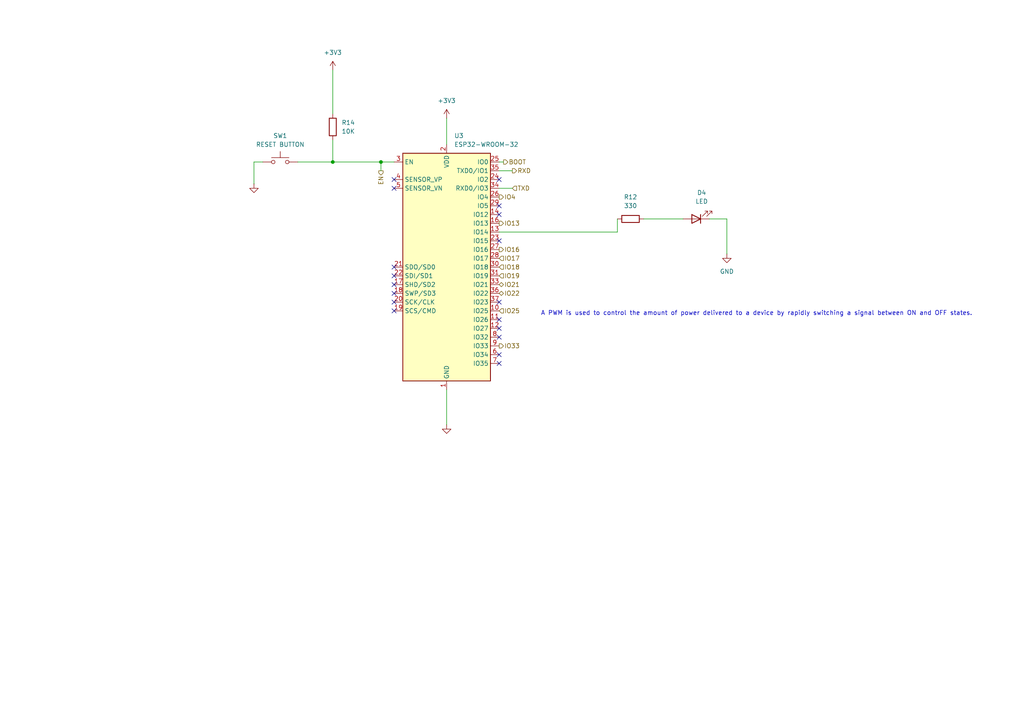
<source format=kicad_sch>
(kicad_sch
	(version 20231120)
	(generator "eeschema")
	(generator_version "8.0")
	(uuid "b27bed1e-0a68-4cc8-afcc-065b9608c4de")
	(paper "A4")
	(title_block
		(title "FARMTY MICROCONTROLLER ")
		(date "2025-02-20")
		(rev "1")
		(company "NGA ")
		(comment 1 "designed by Allan Ng'a ng'a Gacheru")
	)
	(lib_symbols
		(symbol "Device:LED"
			(pin_numbers hide)
			(pin_names
				(offset 1.016) hide)
			(exclude_from_sim no)
			(in_bom yes)
			(on_board yes)
			(property "Reference" "D"
				(at 0 2.54 0)
				(effects
					(font
						(size 1.27 1.27)
					)
				)
			)
			(property "Value" "LED"
				(at 0 -2.54 0)
				(effects
					(font
						(size 1.27 1.27)
					)
				)
			)
			(property "Footprint" ""
				(at 0 0 0)
				(effects
					(font
						(size 1.27 1.27)
					)
					(hide yes)
				)
			)
			(property "Datasheet" "~"
				(at 0 0 0)
				(effects
					(font
						(size 1.27 1.27)
					)
					(hide yes)
				)
			)
			(property "Description" "Light emitting diode"
				(at 0 0 0)
				(effects
					(font
						(size 1.27 1.27)
					)
					(hide yes)
				)
			)
			(property "ki_keywords" "LED diode"
				(at 0 0 0)
				(effects
					(font
						(size 1.27 1.27)
					)
					(hide yes)
				)
			)
			(property "ki_fp_filters" "LED* LED_SMD:* LED_THT:*"
				(at 0 0 0)
				(effects
					(font
						(size 1.27 1.27)
					)
					(hide yes)
				)
			)
			(symbol "LED_0_1"
				(polyline
					(pts
						(xy -1.27 -1.27) (xy -1.27 1.27)
					)
					(stroke
						(width 0.254)
						(type default)
					)
					(fill
						(type none)
					)
				)
				(polyline
					(pts
						(xy -1.27 0) (xy 1.27 0)
					)
					(stroke
						(width 0)
						(type default)
					)
					(fill
						(type none)
					)
				)
				(polyline
					(pts
						(xy 1.27 -1.27) (xy 1.27 1.27) (xy -1.27 0) (xy 1.27 -1.27)
					)
					(stroke
						(width 0.254)
						(type default)
					)
					(fill
						(type none)
					)
				)
				(polyline
					(pts
						(xy -3.048 -0.762) (xy -4.572 -2.286) (xy -3.81 -2.286) (xy -4.572 -2.286) (xy -4.572 -1.524)
					)
					(stroke
						(width 0)
						(type default)
					)
					(fill
						(type none)
					)
				)
				(polyline
					(pts
						(xy -1.778 -0.762) (xy -3.302 -2.286) (xy -2.54 -2.286) (xy -3.302 -2.286) (xy -3.302 -1.524)
					)
					(stroke
						(width 0)
						(type default)
					)
					(fill
						(type none)
					)
				)
			)
			(symbol "LED_1_1"
				(pin passive line
					(at -3.81 0 0)
					(length 2.54)
					(name "K"
						(effects
							(font
								(size 1.27 1.27)
							)
						)
					)
					(number "1"
						(effects
							(font
								(size 1.27 1.27)
							)
						)
					)
				)
				(pin passive line
					(at 3.81 0 180)
					(length 2.54)
					(name "A"
						(effects
							(font
								(size 1.27 1.27)
							)
						)
					)
					(number "2"
						(effects
							(font
								(size 1.27 1.27)
							)
						)
					)
				)
			)
		)
		(symbol "Device:R"
			(pin_numbers hide)
			(pin_names
				(offset 0)
			)
			(exclude_from_sim no)
			(in_bom yes)
			(on_board yes)
			(property "Reference" "R"
				(at 2.032 0 90)
				(effects
					(font
						(size 1.27 1.27)
					)
				)
			)
			(property "Value" "R"
				(at 0 0 90)
				(effects
					(font
						(size 1.27 1.27)
					)
				)
			)
			(property "Footprint" ""
				(at -1.778 0 90)
				(effects
					(font
						(size 1.27 1.27)
					)
					(hide yes)
				)
			)
			(property "Datasheet" "~"
				(at 0 0 0)
				(effects
					(font
						(size 1.27 1.27)
					)
					(hide yes)
				)
			)
			(property "Description" "Resistor"
				(at 0 0 0)
				(effects
					(font
						(size 1.27 1.27)
					)
					(hide yes)
				)
			)
			(property "ki_keywords" "R res resistor"
				(at 0 0 0)
				(effects
					(font
						(size 1.27 1.27)
					)
					(hide yes)
				)
			)
			(property "ki_fp_filters" "R_*"
				(at 0 0 0)
				(effects
					(font
						(size 1.27 1.27)
					)
					(hide yes)
				)
			)
			(symbol "R_0_1"
				(rectangle
					(start -1.016 -2.54)
					(end 1.016 2.54)
					(stroke
						(width 0.254)
						(type default)
					)
					(fill
						(type none)
					)
				)
			)
			(symbol "R_1_1"
				(pin passive line
					(at 0 3.81 270)
					(length 1.27)
					(name "~"
						(effects
							(font
								(size 1.27 1.27)
							)
						)
					)
					(number "1"
						(effects
							(font
								(size 1.27 1.27)
							)
						)
					)
				)
				(pin passive line
					(at 0 -3.81 90)
					(length 1.27)
					(name "~"
						(effects
							(font
								(size 1.27 1.27)
							)
						)
					)
					(number "2"
						(effects
							(font
								(size 1.27 1.27)
							)
						)
					)
				)
			)
		)
		(symbol "RF_Module:ESP32-WROOM-32"
			(exclude_from_sim no)
			(in_bom yes)
			(on_board yes)
			(property "Reference" "U"
				(at -12.7 34.29 0)
				(effects
					(font
						(size 1.27 1.27)
					)
					(justify left)
				)
			)
			(property "Value" "ESP32-WROOM-32"
				(at 1.27 34.29 0)
				(effects
					(font
						(size 1.27 1.27)
					)
					(justify left)
				)
			)
			(property "Footprint" "RF_Module:ESP32-WROOM-32"
				(at 0 -38.1 0)
				(effects
					(font
						(size 1.27 1.27)
					)
					(hide yes)
				)
			)
			(property "Datasheet" "https://www.espressif.com/sites/default/files/documentation/esp32-wroom-32_datasheet_en.pdf"
				(at -7.62 1.27 0)
				(effects
					(font
						(size 1.27 1.27)
					)
					(hide yes)
				)
			)
			(property "Description" "RF Module, ESP32-D0WDQ6 SoC, Wi-Fi 802.11b/g/n, Bluetooth, BLE, 32-bit, 2.7-3.6V, onboard antenna, SMD"
				(at 0 0 0)
				(effects
					(font
						(size 1.27 1.27)
					)
					(hide yes)
				)
			)
			(property "ki_keywords" "RF Radio BT ESP ESP32 Espressif onboard PCB antenna"
				(at 0 0 0)
				(effects
					(font
						(size 1.27 1.27)
					)
					(hide yes)
				)
			)
			(property "ki_fp_filters" "ESP32?WROOM?32*"
				(at 0 0 0)
				(effects
					(font
						(size 1.27 1.27)
					)
					(hide yes)
				)
			)
			(symbol "ESP32-WROOM-32_0_1"
				(rectangle
					(start -12.7 33.02)
					(end 12.7 -33.02)
					(stroke
						(width 0.254)
						(type default)
					)
					(fill
						(type background)
					)
				)
			)
			(symbol "ESP32-WROOM-32_1_1"
				(pin power_in line
					(at 0 -35.56 90)
					(length 2.54)
					(name "GND"
						(effects
							(font
								(size 1.27 1.27)
							)
						)
					)
					(number "1"
						(effects
							(font
								(size 1.27 1.27)
							)
						)
					)
				)
				(pin bidirectional line
					(at 15.24 -12.7 180)
					(length 2.54)
					(name "IO25"
						(effects
							(font
								(size 1.27 1.27)
							)
						)
					)
					(number "10"
						(effects
							(font
								(size 1.27 1.27)
							)
						)
					)
				)
				(pin bidirectional line
					(at 15.24 -15.24 180)
					(length 2.54)
					(name "IO26"
						(effects
							(font
								(size 1.27 1.27)
							)
						)
					)
					(number "11"
						(effects
							(font
								(size 1.27 1.27)
							)
						)
					)
				)
				(pin bidirectional line
					(at 15.24 -17.78 180)
					(length 2.54)
					(name "IO27"
						(effects
							(font
								(size 1.27 1.27)
							)
						)
					)
					(number "12"
						(effects
							(font
								(size 1.27 1.27)
							)
						)
					)
				)
				(pin bidirectional line
					(at 15.24 10.16 180)
					(length 2.54)
					(name "IO14"
						(effects
							(font
								(size 1.27 1.27)
							)
						)
					)
					(number "13"
						(effects
							(font
								(size 1.27 1.27)
							)
						)
					)
				)
				(pin bidirectional line
					(at 15.24 15.24 180)
					(length 2.54)
					(name "IO12"
						(effects
							(font
								(size 1.27 1.27)
							)
						)
					)
					(number "14"
						(effects
							(font
								(size 1.27 1.27)
							)
						)
					)
				)
				(pin passive line
					(at 0 -35.56 90)
					(length 2.54) hide
					(name "GND"
						(effects
							(font
								(size 1.27 1.27)
							)
						)
					)
					(number "15"
						(effects
							(font
								(size 1.27 1.27)
							)
						)
					)
				)
				(pin bidirectional line
					(at 15.24 12.7 180)
					(length 2.54)
					(name "IO13"
						(effects
							(font
								(size 1.27 1.27)
							)
						)
					)
					(number "16"
						(effects
							(font
								(size 1.27 1.27)
							)
						)
					)
				)
				(pin bidirectional line
					(at -15.24 -5.08 0)
					(length 2.54)
					(name "SHD/SD2"
						(effects
							(font
								(size 1.27 1.27)
							)
						)
					)
					(number "17"
						(effects
							(font
								(size 1.27 1.27)
							)
						)
					)
				)
				(pin bidirectional line
					(at -15.24 -7.62 0)
					(length 2.54)
					(name "SWP/SD3"
						(effects
							(font
								(size 1.27 1.27)
							)
						)
					)
					(number "18"
						(effects
							(font
								(size 1.27 1.27)
							)
						)
					)
				)
				(pin bidirectional line
					(at -15.24 -12.7 0)
					(length 2.54)
					(name "SCS/CMD"
						(effects
							(font
								(size 1.27 1.27)
							)
						)
					)
					(number "19"
						(effects
							(font
								(size 1.27 1.27)
							)
						)
					)
				)
				(pin power_in line
					(at 0 35.56 270)
					(length 2.54)
					(name "VDD"
						(effects
							(font
								(size 1.27 1.27)
							)
						)
					)
					(number "2"
						(effects
							(font
								(size 1.27 1.27)
							)
						)
					)
				)
				(pin bidirectional line
					(at -15.24 -10.16 0)
					(length 2.54)
					(name "SCK/CLK"
						(effects
							(font
								(size 1.27 1.27)
							)
						)
					)
					(number "20"
						(effects
							(font
								(size 1.27 1.27)
							)
						)
					)
				)
				(pin bidirectional line
					(at -15.24 0 0)
					(length 2.54)
					(name "SDO/SD0"
						(effects
							(font
								(size 1.27 1.27)
							)
						)
					)
					(number "21"
						(effects
							(font
								(size 1.27 1.27)
							)
						)
					)
				)
				(pin bidirectional line
					(at -15.24 -2.54 0)
					(length 2.54)
					(name "SDI/SD1"
						(effects
							(font
								(size 1.27 1.27)
							)
						)
					)
					(number "22"
						(effects
							(font
								(size 1.27 1.27)
							)
						)
					)
				)
				(pin bidirectional line
					(at 15.24 7.62 180)
					(length 2.54)
					(name "IO15"
						(effects
							(font
								(size 1.27 1.27)
							)
						)
					)
					(number "23"
						(effects
							(font
								(size 1.27 1.27)
							)
						)
					)
				)
				(pin bidirectional line
					(at 15.24 25.4 180)
					(length 2.54)
					(name "IO2"
						(effects
							(font
								(size 1.27 1.27)
							)
						)
					)
					(number "24"
						(effects
							(font
								(size 1.27 1.27)
							)
						)
					)
				)
				(pin bidirectional line
					(at 15.24 30.48 180)
					(length 2.54)
					(name "IO0"
						(effects
							(font
								(size 1.27 1.27)
							)
						)
					)
					(number "25"
						(effects
							(font
								(size 1.27 1.27)
							)
						)
					)
				)
				(pin bidirectional line
					(at 15.24 20.32 180)
					(length 2.54)
					(name "IO4"
						(effects
							(font
								(size 1.27 1.27)
							)
						)
					)
					(number "26"
						(effects
							(font
								(size 1.27 1.27)
							)
						)
					)
				)
				(pin bidirectional line
					(at 15.24 5.08 180)
					(length 2.54)
					(name "IO16"
						(effects
							(font
								(size 1.27 1.27)
							)
						)
					)
					(number "27"
						(effects
							(font
								(size 1.27 1.27)
							)
						)
					)
				)
				(pin bidirectional line
					(at 15.24 2.54 180)
					(length 2.54)
					(name "IO17"
						(effects
							(font
								(size 1.27 1.27)
							)
						)
					)
					(number "28"
						(effects
							(font
								(size 1.27 1.27)
							)
						)
					)
				)
				(pin bidirectional line
					(at 15.24 17.78 180)
					(length 2.54)
					(name "IO5"
						(effects
							(font
								(size 1.27 1.27)
							)
						)
					)
					(number "29"
						(effects
							(font
								(size 1.27 1.27)
							)
						)
					)
				)
				(pin input line
					(at -15.24 30.48 0)
					(length 2.54)
					(name "EN"
						(effects
							(font
								(size 1.27 1.27)
							)
						)
					)
					(number "3"
						(effects
							(font
								(size 1.27 1.27)
							)
						)
					)
				)
				(pin bidirectional line
					(at 15.24 0 180)
					(length 2.54)
					(name "IO18"
						(effects
							(font
								(size 1.27 1.27)
							)
						)
					)
					(number "30"
						(effects
							(font
								(size 1.27 1.27)
							)
						)
					)
				)
				(pin bidirectional line
					(at 15.24 -2.54 180)
					(length 2.54)
					(name "IO19"
						(effects
							(font
								(size 1.27 1.27)
							)
						)
					)
					(number "31"
						(effects
							(font
								(size 1.27 1.27)
							)
						)
					)
				)
				(pin no_connect line
					(at -12.7 -27.94 0)
					(length 2.54) hide
					(name "NC"
						(effects
							(font
								(size 1.27 1.27)
							)
						)
					)
					(number "32"
						(effects
							(font
								(size 1.27 1.27)
							)
						)
					)
				)
				(pin bidirectional line
					(at 15.24 -5.08 180)
					(length 2.54)
					(name "IO21"
						(effects
							(font
								(size 1.27 1.27)
							)
						)
					)
					(number "33"
						(effects
							(font
								(size 1.27 1.27)
							)
						)
					)
				)
				(pin bidirectional line
					(at 15.24 22.86 180)
					(length 2.54)
					(name "RXD0/IO3"
						(effects
							(font
								(size 1.27 1.27)
							)
						)
					)
					(number "34"
						(effects
							(font
								(size 1.27 1.27)
							)
						)
					)
				)
				(pin bidirectional line
					(at 15.24 27.94 180)
					(length 2.54)
					(name "TXD0/IO1"
						(effects
							(font
								(size 1.27 1.27)
							)
						)
					)
					(number "35"
						(effects
							(font
								(size 1.27 1.27)
							)
						)
					)
				)
				(pin bidirectional line
					(at 15.24 -7.62 180)
					(length 2.54)
					(name "IO22"
						(effects
							(font
								(size 1.27 1.27)
							)
						)
					)
					(number "36"
						(effects
							(font
								(size 1.27 1.27)
							)
						)
					)
				)
				(pin bidirectional line
					(at 15.24 -10.16 180)
					(length 2.54)
					(name "IO23"
						(effects
							(font
								(size 1.27 1.27)
							)
						)
					)
					(number "37"
						(effects
							(font
								(size 1.27 1.27)
							)
						)
					)
				)
				(pin passive line
					(at 0 -35.56 90)
					(length 2.54) hide
					(name "GND"
						(effects
							(font
								(size 1.27 1.27)
							)
						)
					)
					(number "38"
						(effects
							(font
								(size 1.27 1.27)
							)
						)
					)
				)
				(pin passive line
					(at 0 -35.56 90)
					(length 2.54) hide
					(name "GND"
						(effects
							(font
								(size 1.27 1.27)
							)
						)
					)
					(number "39"
						(effects
							(font
								(size 1.27 1.27)
							)
						)
					)
				)
				(pin input line
					(at -15.24 25.4 0)
					(length 2.54)
					(name "SENSOR_VP"
						(effects
							(font
								(size 1.27 1.27)
							)
						)
					)
					(number "4"
						(effects
							(font
								(size 1.27 1.27)
							)
						)
					)
				)
				(pin input line
					(at -15.24 22.86 0)
					(length 2.54)
					(name "SENSOR_VN"
						(effects
							(font
								(size 1.27 1.27)
							)
						)
					)
					(number "5"
						(effects
							(font
								(size 1.27 1.27)
							)
						)
					)
				)
				(pin input line
					(at 15.24 -25.4 180)
					(length 2.54)
					(name "IO34"
						(effects
							(font
								(size 1.27 1.27)
							)
						)
					)
					(number "6"
						(effects
							(font
								(size 1.27 1.27)
							)
						)
					)
				)
				(pin input line
					(at 15.24 -27.94 180)
					(length 2.54)
					(name "IO35"
						(effects
							(font
								(size 1.27 1.27)
							)
						)
					)
					(number "7"
						(effects
							(font
								(size 1.27 1.27)
							)
						)
					)
				)
				(pin bidirectional line
					(at 15.24 -20.32 180)
					(length 2.54)
					(name "IO32"
						(effects
							(font
								(size 1.27 1.27)
							)
						)
					)
					(number "8"
						(effects
							(font
								(size 1.27 1.27)
							)
						)
					)
				)
				(pin bidirectional line
					(at 15.24 -22.86 180)
					(length 2.54)
					(name "IO33"
						(effects
							(font
								(size 1.27 1.27)
							)
						)
					)
					(number "9"
						(effects
							(font
								(size 1.27 1.27)
							)
						)
					)
				)
			)
		)
		(symbol "Switch:SW_Push"
			(pin_numbers hide)
			(pin_names
				(offset 1.016) hide)
			(exclude_from_sim no)
			(in_bom yes)
			(on_board yes)
			(property "Reference" "SW"
				(at 1.27 2.54 0)
				(effects
					(font
						(size 1.27 1.27)
					)
					(justify left)
				)
			)
			(property "Value" "SW_Push"
				(at 0 -1.524 0)
				(effects
					(font
						(size 1.27 1.27)
					)
				)
			)
			(property "Footprint" ""
				(at 0 5.08 0)
				(effects
					(font
						(size 1.27 1.27)
					)
					(hide yes)
				)
			)
			(property "Datasheet" "~"
				(at 0 5.08 0)
				(effects
					(font
						(size 1.27 1.27)
					)
					(hide yes)
				)
			)
			(property "Description" "Push button switch, generic, two pins"
				(at 0 0 0)
				(effects
					(font
						(size 1.27 1.27)
					)
					(hide yes)
				)
			)
			(property "ki_keywords" "switch normally-open pushbutton push-button"
				(at 0 0 0)
				(effects
					(font
						(size 1.27 1.27)
					)
					(hide yes)
				)
			)
			(symbol "SW_Push_0_1"
				(circle
					(center -2.032 0)
					(radius 0.508)
					(stroke
						(width 0)
						(type default)
					)
					(fill
						(type none)
					)
				)
				(polyline
					(pts
						(xy 0 1.27) (xy 0 3.048)
					)
					(stroke
						(width 0)
						(type default)
					)
					(fill
						(type none)
					)
				)
				(polyline
					(pts
						(xy 2.54 1.27) (xy -2.54 1.27)
					)
					(stroke
						(width 0)
						(type default)
					)
					(fill
						(type none)
					)
				)
				(circle
					(center 2.032 0)
					(radius 0.508)
					(stroke
						(width 0)
						(type default)
					)
					(fill
						(type none)
					)
				)
				(pin passive line
					(at -5.08 0 0)
					(length 2.54)
					(name "1"
						(effects
							(font
								(size 1.27 1.27)
							)
						)
					)
					(number "1"
						(effects
							(font
								(size 1.27 1.27)
							)
						)
					)
				)
				(pin passive line
					(at 5.08 0 180)
					(length 2.54)
					(name "2"
						(effects
							(font
								(size 1.27 1.27)
							)
						)
					)
					(number "2"
						(effects
							(font
								(size 1.27 1.27)
							)
						)
					)
				)
			)
		)
		(symbol "power:+1V1"
			(power)
			(pin_numbers hide)
			(pin_names
				(offset 0) hide)
			(exclude_from_sim no)
			(in_bom yes)
			(on_board yes)
			(property "Reference" "#PWR"
				(at 0 -3.81 0)
				(effects
					(font
						(size 1.27 1.27)
					)
					(hide yes)
				)
			)
			(property "Value" "+1V1"
				(at 0 3.556 0)
				(effects
					(font
						(size 1.27 1.27)
					)
				)
			)
			(property "Footprint" ""
				(at 0 0 0)
				(effects
					(font
						(size 1.27 1.27)
					)
					(hide yes)
				)
			)
			(property "Datasheet" ""
				(at 0 0 0)
				(effects
					(font
						(size 1.27 1.27)
					)
					(hide yes)
				)
			)
			(property "Description" "Power symbol creates a global label with name \"+1V1\""
				(at 0 0 0)
				(effects
					(font
						(size 1.27 1.27)
					)
					(hide yes)
				)
			)
			(property "ki_keywords" "global power"
				(at 0 0 0)
				(effects
					(font
						(size 1.27 1.27)
					)
					(hide yes)
				)
			)
			(symbol "+1V1_0_1"
				(polyline
					(pts
						(xy -0.762 1.27) (xy 0 2.54)
					)
					(stroke
						(width 0)
						(type default)
					)
					(fill
						(type none)
					)
				)
				(polyline
					(pts
						(xy 0 0) (xy 0 2.54)
					)
					(stroke
						(width 0)
						(type default)
					)
					(fill
						(type none)
					)
				)
				(polyline
					(pts
						(xy 0 2.54) (xy 0.762 1.27)
					)
					(stroke
						(width 0)
						(type default)
					)
					(fill
						(type none)
					)
				)
			)
			(symbol "+1V1_1_1"
				(pin power_in line
					(at 0 0 90)
					(length 0)
					(name "~"
						(effects
							(font
								(size 1.27 1.27)
							)
						)
					)
					(number "1"
						(effects
							(font
								(size 1.27 1.27)
							)
						)
					)
				)
			)
		)
		(symbol "power:GND"
			(power)
			(pin_numbers hide)
			(pin_names
				(offset 0) hide)
			(exclude_from_sim no)
			(in_bom yes)
			(on_board yes)
			(property "Reference" "#PWR"
				(at 0 -6.35 0)
				(effects
					(font
						(size 1.27 1.27)
					)
					(hide yes)
				)
			)
			(property "Value" "GND"
				(at 0 -3.81 0)
				(effects
					(font
						(size 1.27 1.27)
					)
				)
			)
			(property "Footprint" ""
				(at 0 0 0)
				(effects
					(font
						(size 1.27 1.27)
					)
					(hide yes)
				)
			)
			(property "Datasheet" ""
				(at 0 0 0)
				(effects
					(font
						(size 1.27 1.27)
					)
					(hide yes)
				)
			)
			(property "Description" "Power symbol creates a global label with name \"GND\" , ground"
				(at 0 0 0)
				(effects
					(font
						(size 1.27 1.27)
					)
					(hide yes)
				)
			)
			(property "ki_keywords" "global power"
				(at 0 0 0)
				(effects
					(font
						(size 1.27 1.27)
					)
					(hide yes)
				)
			)
			(symbol "GND_0_1"
				(polyline
					(pts
						(xy 0 0) (xy 0 -1.27) (xy 1.27 -1.27) (xy 0 -2.54) (xy -1.27 -1.27) (xy 0 -1.27)
					)
					(stroke
						(width 0)
						(type default)
					)
					(fill
						(type none)
					)
				)
			)
			(symbol "GND_1_1"
				(pin power_in line
					(at 0 0 270)
					(length 0)
					(name "~"
						(effects
							(font
								(size 1.27 1.27)
							)
						)
					)
					(number "1"
						(effects
							(font
								(size 1.27 1.27)
							)
						)
					)
				)
			)
		)
	)
	(junction
		(at 110.49 46.99)
		(diameter 0)
		(color 0 0 0 0)
		(uuid "32be05cb-3dc6-4fc6-b92c-7b83f3d468a3")
	)
	(junction
		(at 96.52 46.99)
		(diameter 0)
		(color 0 0 0 0)
		(uuid "723c059e-c201-4413-9bbf-4d5ad8c96b5d")
	)
	(no_connect
		(at 144.78 52.07)
		(uuid "0014d530-4201-483d-940c-1f6da3b69306")
	)
	(no_connect
		(at 144.78 69.85)
		(uuid "0922ac9f-ce36-48a7-b77e-f1771afa9efd")
	)
	(no_connect
		(at 144.78 102.87)
		(uuid "206052d5-7c38-4be3-b696-cda6a5e3eed1")
	)
	(no_connect
		(at 144.78 95.25)
		(uuid "24329d51-5780-4db0-8acf-def4f00e41e2")
	)
	(no_connect
		(at 144.78 59.69)
		(uuid "2d4856e7-ff23-421b-a115-7708d74152db")
	)
	(no_connect
		(at 144.78 92.71)
		(uuid "5385b505-9512-422e-8e53-b435fcfe2b81")
	)
	(no_connect
		(at 114.3 90.17)
		(uuid "5a64ffcb-7421-4303-9b8f-67559d8f3320")
	)
	(no_connect
		(at 114.3 87.63)
		(uuid "7d370a12-fdd3-46ee-a4b7-d4d332d4c213")
	)
	(no_connect
		(at 114.3 80.01)
		(uuid "8f1d8c1e-59e5-495c-8c3b-19d7a640b305")
	)
	(no_connect
		(at 114.3 85.09)
		(uuid "acb164f8-415e-4c44-aecd-e5b69d7c2cdf")
	)
	(no_connect
		(at 114.3 52.07)
		(uuid "c4dc9847-ee16-4454-8f80-dc0fffec7cbf")
	)
	(no_connect
		(at 144.78 87.63)
		(uuid "dd84c213-1313-45f1-8e15-5cdd81ca870b")
	)
	(no_connect
		(at 114.3 77.47)
		(uuid "e3e7591a-0e98-4db1-9f0d-8d771769d8d8")
	)
	(no_connect
		(at 114.3 54.61)
		(uuid "e4f4855f-c80c-47fd-bb7d-062317fecf3e")
	)
	(no_connect
		(at 144.78 97.79)
		(uuid "edffda13-6b08-4e69-a2f8-1cd720330255")
	)
	(no_connect
		(at 144.78 105.41)
		(uuid "f0cd5e74-d5d5-41b6-b31c-5786e99232dc")
	)
	(no_connect
		(at 144.78 62.23)
		(uuid "f8a39702-c935-4bba-8778-00e0cc0a12bc")
	)
	(no_connect
		(at 114.3 82.55)
		(uuid "fa120c08-388a-441d-b200-c685a0392fcb")
	)
	(wire
		(pts
			(xy 96.52 20.32) (xy 96.52 33.02)
		)
		(stroke
			(width 0)
			(type default)
		)
		(uuid "0ef64539-622a-4f64-a841-a8087aef7703")
	)
	(wire
		(pts
			(xy 110.49 46.99) (xy 114.3 46.99)
		)
		(stroke
			(width 0)
			(type default)
		)
		(uuid "14753af3-6c32-4820-a2c1-db5bb1b25f27")
	)
	(wire
		(pts
			(xy 144.78 67.31) (xy 179.07 67.31)
		)
		(stroke
			(width 0)
			(type default)
		)
		(uuid "2853919e-911a-469d-ab12-31b11a0dc6bd")
	)
	(wire
		(pts
			(xy 96.52 40.64) (xy 96.52 46.99)
		)
		(stroke
			(width 0)
			(type default)
		)
		(uuid "321849e1-6431-487f-a09a-44db4510ebe5")
	)
	(wire
		(pts
			(xy 73.66 46.99) (xy 73.66 53.34)
		)
		(stroke
			(width 0)
			(type default)
		)
		(uuid "3edce2b4-3a1b-40e1-83a6-c80013ce46df")
	)
	(wire
		(pts
			(xy 186.69 63.5) (xy 198.12 63.5)
		)
		(stroke
			(width 0)
			(type default)
		)
		(uuid "3f0094f7-435a-4ba5-9a6e-4f0ba6d7e01e")
	)
	(wire
		(pts
			(xy 129.54 113.03) (xy 129.54 123.19)
		)
		(stroke
			(width 0)
			(type default)
		)
		(uuid "59c6bf7b-7a53-4f7f-a837-cf5c0fbb17d4")
	)
	(wire
		(pts
			(xy 110.49 49.53) (xy 110.49 46.99)
		)
		(stroke
			(width 0)
			(type default)
		)
		(uuid "6f37f22a-1c57-4a04-8afa-199431000637")
	)
	(wire
		(pts
			(xy 144.78 54.61) (xy 148.59 54.61)
		)
		(stroke
			(width 0)
			(type default)
		)
		(uuid "85800676-8a9a-4d2f-92f1-0416e3215531")
	)
	(wire
		(pts
			(xy 144.78 49.53) (xy 148.59 49.53)
		)
		(stroke
			(width 0)
			(type default)
		)
		(uuid "8a7373b9-0bde-4d73-87ea-c5a492f5a644")
	)
	(wire
		(pts
			(xy 144.78 46.99) (xy 146.05 46.99)
		)
		(stroke
			(width 0)
			(type default)
		)
		(uuid "991b8c6e-1f46-4d94-93e1-a0a5d4054cb1")
	)
	(wire
		(pts
			(xy 205.74 63.5) (xy 210.82 63.5)
		)
		(stroke
			(width 0)
			(type default)
		)
		(uuid "bb2f79dd-2987-4e8d-8021-bec1e69bd4c7")
	)
	(wire
		(pts
			(xy 76.2 46.99) (xy 73.66 46.99)
		)
		(stroke
			(width 0)
			(type default)
		)
		(uuid "c6eb1f3a-7abf-4bf2-82c0-2bfee2fe89f0")
	)
	(wire
		(pts
			(xy 210.82 63.5) (xy 210.82 73.66)
		)
		(stroke
			(width 0)
			(type default)
		)
		(uuid "ce45d5ce-98b8-494d-a3b3-c94e6d88e9d7")
	)
	(wire
		(pts
			(xy 96.52 46.99) (xy 110.49 46.99)
		)
		(stroke
			(width 0)
			(type default)
		)
		(uuid "d8cb9284-aa56-428d-ba28-b21a084c6276")
	)
	(wire
		(pts
			(xy 86.36 46.99) (xy 96.52 46.99)
		)
		(stroke
			(width 0)
			(type default)
		)
		(uuid "ebbabe3c-1f55-40f0-a4a9-ca6f6fc9cecd")
	)
	(wire
		(pts
			(xy 179.07 67.31) (xy 179.07 63.5)
		)
		(stroke
			(width 0)
			(type default)
		)
		(uuid "ed4acf34-d026-4676-8854-55f65f889f28")
	)
	(wire
		(pts
			(xy 129.54 34.29) (xy 129.54 41.91)
		)
		(stroke
			(width 0)
			(type default)
		)
		(uuid "eeecf1c8-7eb5-48ca-89de-47d3ae328aca")
	)
	(text "A PWM is used to control the amount of power delivered to a device by rapidly switching a signal between ON and OFF states."
		(exclude_from_sim no)
		(at 219.456 90.932 0)
		(effects
			(font
				(size 1.27 1.27)
			)
		)
		(uuid "7f336fcc-78ea-4fae-ac07-e4a044278172")
	)
	(hierarchical_label "IO17"
		(shape input)
		(at 144.78 74.93 0)
		(effects
			(font
				(size 1.27 1.27)
			)
			(justify left)
		)
		(uuid "0e82e97f-659c-40e7-9e1d-d55ce8ecb4de")
	)
	(hierarchical_label "IO33"
		(shape output)
		(at 144.78 100.33 0)
		(effects
			(font
				(size 1.27 1.27)
			)
			(justify left)
		)
		(uuid "1c4b7839-8619-4290-8c9d-69784f323674")
	)
	(hierarchical_label "IO19"
		(shape input)
		(at 144.78 80.01 0)
		(effects
			(font
				(size 1.27 1.27)
			)
			(justify left)
		)
		(uuid "20781bf8-b6d2-4003-a4b4-a78a7803437d")
	)
	(hierarchical_label "IO16 "
		(shape output)
		(at 144.78 72.39 0)
		(effects
			(font
				(size 1.27 1.27)
			)
			(justify left)
		)
		(uuid "32c72e40-81e7-4549-bd30-96430ad904c7")
	)
	(hierarchical_label "IO21"
		(shape bidirectional)
		(at 144.78 82.55 0)
		(effects
			(font
				(size 1.27 1.27)
			)
			(justify left)
		)
		(uuid "427b98ae-38d1-4b53-acea-b8504dcacf3d")
	)
	(hierarchical_label "TXD"
		(shape input)
		(at 148.59 54.61 0)
		(effects
			(font
				(size 1.27 1.27)
			)
			(justify left)
		)
		(uuid "4480d830-4904-4b6a-8162-912bd3a9e736")
	)
	(hierarchical_label "IO18"
		(shape input)
		(at 144.78 77.47 0)
		(effects
			(font
				(size 1.27 1.27)
			)
			(justify left)
		)
		(uuid "53ed9449-6fc3-480c-add2-a929ce2b6df5")
	)
	(hierarchical_label "RXD"
		(shape output)
		(at 148.59 49.53 0)
		(effects
			(font
				(size 1.27 1.27)
			)
			(justify left)
		)
		(uuid "56bb68cb-f757-4b4a-8a2e-d3cbd59b27c2")
	)
	(hierarchical_label "IO22 "
		(shape bidirectional)
		(at 144.78 85.09 0)
		(effects
			(font
				(size 1.27 1.27)
			)
			(justify left)
		)
		(uuid "69d9079e-2333-49da-a6ea-04a782b09642")
	)
	(hierarchical_label "IO4"
		(shape output)
		(at 144.78 57.15 0)
		(effects
			(font
				(size 1.27 1.27)
			)
			(justify left)
		)
		(uuid "6e89da58-9f6f-40ab-8fd4-b3debd2ddc40")
	)
	(hierarchical_label "EN"
		(shape output)
		(at 110.49 49.53 270)
		(effects
			(font
				(size 1.27 1.27)
			)
			(justify right)
		)
		(uuid "80888e13-e698-461b-9854-444f8c2e0469")
	)
	(hierarchical_label "IO13"
		(shape output)
		(at 144.78 64.77 0)
		(effects
			(font
				(size 1.27 1.27)
			)
			(justify left)
		)
		(uuid "b4cb793e-2863-4a7d-87f3-4dcb360fec0b")
	)
	(hierarchical_label "IO25"
		(shape input)
		(at 144.78 90.17 0)
		(effects
			(font
				(size 1.27 1.27)
			)
			(justify left)
		)
		(uuid "d0d19176-a4c1-469b-b879-4746824aabbe")
	)
	(hierarchical_label "BOOT "
		(shape output)
		(at 146.05 46.99 0)
		(effects
			(font
				(size 1.27 1.27)
			)
			(justify left)
		)
		(uuid "ec3c8d79-3e61-465e-b86f-698ecf481dd0")
	)
	(symbol
		(lib_id "power:GND")
		(at 129.54 123.19 0)
		(unit 1)
		(exclude_from_sim no)
		(in_bom yes)
		(on_board yes)
		(dnp no)
		(fields_autoplaced yes)
		(uuid "2e4e7f7c-152a-47cd-be18-99a1dfece8ca")
		(property "Reference" "#PWR08"
			(at 129.54 129.54 0)
			(effects
				(font
					(size 1.27 1.27)
				)
				(hide yes)
			)
		)
		(property "Value" "GND"
			(at 129.54 128.27 0)
			(effects
				(font
					(size 1.27 1.27)
				)
				(hide yes)
			)
		)
		(property "Footprint" ""
			(at 129.54 123.19 0)
			(effects
				(font
					(size 1.27 1.27)
				)
				(hide yes)
			)
		)
		(property "Datasheet" ""
			(at 129.54 123.19 0)
			(effects
				(font
					(size 1.27 1.27)
				)
				(hide yes)
			)
		)
		(property "Description" "Power symbol creates a global label with name \"GND\" , ground"
			(at 129.54 123.19 0)
			(effects
				(font
					(size 1.27 1.27)
				)
				(hide yes)
			)
		)
		(pin "1"
			(uuid "e2fdee3f-0bac-4df6-9370-9d3c9b618cb4")
		)
		(instances
			(project "farmty"
				(path "/0fdfe1ab-72bc-4993-b1c2-70ee1668a905/34679acc-d502-4c29-81ed-9b36771b1965"
					(reference "#PWR08")
					(unit 1)
				)
			)
		)
	)
	(symbol
		(lib_id "Device:LED")
		(at 201.93 63.5 180)
		(unit 1)
		(exclude_from_sim no)
		(in_bom yes)
		(on_board yes)
		(dnp no)
		(fields_autoplaced yes)
		(uuid "43082030-3c28-4d9e-ac5d-070741a0268a")
		(property "Reference" "D4"
			(at 203.5175 55.88 0)
			(effects
				(font
					(size 1.27 1.27)
				)
			)
		)
		(property "Value" "LED"
			(at 203.5175 58.42 0)
			(effects
				(font
					(size 1.27 1.27)
				)
			)
		)
		(property "Footprint" "LED_SMD:LED_2010_5025Metric"
			(at 201.93 63.5 0)
			(effects
				(font
					(size 1.27 1.27)
				)
				(hide yes)
			)
		)
		(property "Datasheet" "~"
			(at 201.93 63.5 0)
			(effects
				(font
					(size 1.27 1.27)
				)
				(hide yes)
			)
		)
		(property "Description" "Light emitting diode"
			(at 201.93 63.5 0)
			(effects
				(font
					(size 1.27 1.27)
				)
				(hide yes)
			)
		)
		(pin "2"
			(uuid "84d24f84-61ca-4f94-b3a9-9aec2cbc8a3e")
		)
		(pin "1"
			(uuid "4ac4889e-d58e-4546-892d-d8fb2ac6b3c1")
		)
		(instances
			(project "farmty"
				(path "/0fdfe1ab-72bc-4993-b1c2-70ee1668a905/34679acc-d502-4c29-81ed-9b36771b1965"
					(reference "D4")
					(unit 1)
				)
			)
		)
	)
	(symbol
		(lib_id "Device:R")
		(at 182.88 63.5 90)
		(unit 1)
		(exclude_from_sim no)
		(in_bom yes)
		(on_board yes)
		(dnp no)
		(fields_autoplaced yes)
		(uuid "5298f045-eb4f-4d43-b28b-249f6b78ffd2")
		(property "Reference" "R12"
			(at 182.88 57.15 90)
			(effects
				(font
					(size 1.27 1.27)
				)
			)
		)
		(property "Value" "330"
			(at 182.88 59.69 90)
			(effects
				(font
					(size 1.27 1.27)
				)
			)
		)
		(property "Footprint" "Resistor_SMD:R_0603_1608Metric"
			(at 182.88 65.278 90)
			(effects
				(font
					(size 1.27 1.27)
				)
				(hide yes)
			)
		)
		(property "Datasheet" "~"
			(at 182.88 63.5 0)
			(effects
				(font
					(size 1.27 1.27)
				)
				(hide yes)
			)
		)
		(property "Description" "Resistor"
			(at 182.88 63.5 0)
			(effects
				(font
					(size 1.27 1.27)
				)
				(hide yes)
			)
		)
		(property "Sim.Device" "R"
			(at 182.88 63.5 0)
			(effects
				(font
					(size 1.27 1.27)
				)
				(hide yes)
			)
		)
		(property "Sim.Pins" "1=+ 2=-"
			(at 182.88 63.5 0)
			(effects
				(font
					(size 1.27 1.27)
				)
				(hide yes)
			)
		)
		(pin "2"
			(uuid "48caecf9-7b1c-4f68-8644-aaab0e6487b9")
		)
		(pin "1"
			(uuid "9301a2fc-8e7b-41cc-a26a-52ca73f0a527")
		)
		(instances
			(project "farmty"
				(path "/0fdfe1ab-72bc-4993-b1c2-70ee1668a905/34679acc-d502-4c29-81ed-9b36771b1965"
					(reference "R12")
					(unit 1)
				)
			)
		)
	)
	(symbol
		(lib_id "power:GND")
		(at 210.82 73.66 0)
		(unit 1)
		(exclude_from_sim no)
		(in_bom yes)
		(on_board yes)
		(dnp no)
		(fields_autoplaced yes)
		(uuid "562e73c8-2279-4f54-946f-faf980a18b73")
		(property "Reference" "#PWR013"
			(at 210.82 80.01 0)
			(effects
				(font
					(size 1.27 1.27)
				)
				(hide yes)
			)
		)
		(property "Value" "GND"
			(at 210.82 78.74 0)
			(effects
				(font
					(size 1.27 1.27)
				)
			)
		)
		(property "Footprint" ""
			(at 210.82 73.66 0)
			(effects
				(font
					(size 1.27 1.27)
				)
				(hide yes)
			)
		)
		(property "Datasheet" ""
			(at 210.82 73.66 0)
			(effects
				(font
					(size 1.27 1.27)
				)
				(hide yes)
			)
		)
		(property "Description" "Power symbol creates a global label with name \"GND\" , ground"
			(at 210.82 73.66 0)
			(effects
				(font
					(size 1.27 1.27)
				)
				(hide yes)
			)
		)
		(pin "1"
			(uuid "0f895dd9-3075-4234-9b0f-799449fe3457")
		)
		(instances
			(project "farmty"
				(path "/0fdfe1ab-72bc-4993-b1c2-70ee1668a905/34679acc-d502-4c29-81ed-9b36771b1965"
					(reference "#PWR013")
					(unit 1)
				)
			)
		)
	)
	(symbol
		(lib_id "RF_Module:ESP32-WROOM-32")
		(at 129.54 77.47 0)
		(unit 1)
		(exclude_from_sim no)
		(in_bom yes)
		(on_board yes)
		(dnp no)
		(fields_autoplaced yes)
		(uuid "7b0aee82-6cbf-4dae-86ac-7c62563060ab")
		(property "Reference" "U3"
			(at 131.7341 39.37 0)
			(effects
				(font
					(size 1.27 1.27)
				)
				(justify left)
			)
		)
		(property "Value" "ESP32-WROOM-32"
			(at 131.7341 41.91 0)
			(effects
				(font
					(size 1.27 1.27)
				)
				(justify left)
			)
		)
		(property "Footprint" "RF_Module:ESP32-WROOM-32"
			(at 129.54 115.57 0)
			(effects
				(font
					(size 1.27 1.27)
				)
				(hide yes)
			)
		)
		(property "Datasheet" "https://www.espressif.com/sites/default/files/documentation/esp32-wroom-32_datasheet_en.pdf"
			(at 121.92 76.2 0)
			(effects
				(font
					(size 1.27 1.27)
				)
				(hide yes)
			)
		)
		(property "Description" "RF Module, ESP32-D0WDQ6 SoC, Wi-Fi 802.11b/g/n, Bluetooth, BLE, 32-bit, 2.7-3.6V, onboard antenna, SMD"
			(at 129.54 77.47 0)
			(effects
				(font
					(size 1.27 1.27)
				)
				(hide yes)
			)
		)
		(pin "1"
			(uuid "1828d951-286d-4dfb-8f85-e1b9bba4bac7")
		)
		(pin "10"
			(uuid "49c405eb-076b-4da3-82b2-4ed95fe771ca")
		)
		(pin "11"
			(uuid "c8507f4d-c209-4fd1-a6d7-e771f37af7ff")
		)
		(pin "12"
			(uuid "d39b1c3f-57a5-478c-8d98-18b783e0b297")
		)
		(pin "13"
			(uuid "da972601-eb0c-4d3c-9bec-8d1dab742ba7")
		)
		(pin "14"
			(uuid "043be7db-ff16-4184-a673-2344077dcb3d")
		)
		(pin "15"
			(uuid "66d83be1-282b-4621-8c0e-bd09b447f0dc")
		)
		(pin "16"
			(uuid "efab0815-e0e2-47e0-b6bb-3e4e02ccba17")
		)
		(pin "17"
			(uuid "03365be7-9274-45f8-85bc-5f7f92e7f991")
		)
		(pin "18"
			(uuid "b2b7ab03-a372-41dc-8330-09268259adc4")
		)
		(pin "32"
			(uuid "50a94c42-d1e4-44c6-a5a4-92fb5a092713")
		)
		(pin "24"
			(uuid "231ef55f-6806-41b9-9026-e202ed4f66e4")
		)
		(pin "2"
			(uuid "a6f464b9-d507-4a7a-9f83-4e92e9f96892")
		)
		(pin "25"
			(uuid "3ba967a4-3ee5-4f06-91d7-fa2f6dcf79e0")
		)
		(pin "27"
			(uuid "c92bd345-e3c7-45c7-907f-cd386336a303")
		)
		(pin "23"
			(uuid "83677c1b-78de-44aa-a687-48857f2c9bd3")
		)
		(pin "29"
			(uuid "792c51cd-971c-41a8-aabc-8a4c6c6503f7")
		)
		(pin "22"
			(uuid "7d7a9ee5-bb2c-4d63-b869-bb9689769f25")
		)
		(pin "28"
			(uuid "2cb5df23-f44a-4846-9ad1-e053d43a5442")
		)
		(pin "33"
			(uuid "b7c991e7-d488-492c-bd85-5620613dd27f")
		)
		(pin "20"
			(uuid "0345b4e0-7944-46e5-b3bb-482150a5762d")
		)
		(pin "36"
			(uuid "85ef2b37-39bf-4c05-bdc2-27f240ad73d8")
		)
		(pin "37"
			(uuid "1c4bede2-4ce9-4ff3-a5be-15174b362bc9")
		)
		(pin "30"
			(uuid "0b83ca8d-8b04-4889-860a-0eb27b1ea774")
		)
		(pin "3"
			(uuid "6d83679a-4bd3-4988-8b96-d1b09ad45009")
		)
		(pin "35"
			(uuid "27c4f4b7-3f45-4713-b73a-8b2fd2a54d89")
		)
		(pin "21"
			(uuid "351158db-3f19-4005-b3d1-1b6a1b960bcb")
		)
		(pin "38"
			(uuid "289a0fc4-9aac-499b-ba5d-180889e31e36")
		)
		(pin "26"
			(uuid "150a054c-aba2-400b-82ac-12802d9e12f2")
		)
		(pin "19"
			(uuid "2b84d679-5920-4721-af78-b4bb48cf9b66")
		)
		(pin "31"
			(uuid "62a5c292-2dde-4512-af83-a6ae05c647fa")
		)
		(pin "34"
			(uuid "1c3987d5-3d7e-4306-8670-8e2fdce7d9d4")
		)
		(pin "39"
			(uuid "1d461e16-37df-428e-9f87-13518b633e3d")
		)
		(pin "4"
			(uuid "d6bfb136-6d69-4d49-bd0e-9a9161866397")
		)
		(pin "5"
			(uuid "4c2e33e8-99a4-4b9e-8d13-fca1f7e585a4")
		)
		(pin "6"
			(uuid "8b4c202b-249d-4dd9-9000-999b87928947")
		)
		(pin "7"
			(uuid "cb94471f-96ef-46c5-8f11-93a9faed0b06")
		)
		(pin "8"
			(uuid "b2049301-78d9-47e3-b7ab-9d5fd3ce42c4")
		)
		(pin "9"
			(uuid "a7d5122d-eb9a-4ccb-ad2e-fec9fef4b761")
		)
		(instances
			(project "farmty"
				(path "/0fdfe1ab-72bc-4993-b1c2-70ee1668a905/34679acc-d502-4c29-81ed-9b36771b1965"
					(reference "U3")
					(unit 1)
				)
			)
		)
	)
	(symbol
		(lib_id "power:+1V1")
		(at 96.52 20.32 0)
		(unit 1)
		(exclude_from_sim no)
		(in_bom yes)
		(on_board yes)
		(dnp no)
		(fields_autoplaced yes)
		(uuid "859b7a91-39ab-4e20-a7b1-e014fba0cf90")
		(property "Reference" "#PWR044"
			(at 96.52 24.13 0)
			(effects
				(font
					(size 1.27 1.27)
				)
				(hide yes)
			)
		)
		(property "Value" "+3V3"
			(at 96.52 15.24 0)
			(effects
				(font
					(size 1.27 1.27)
				)
			)
		)
		(property "Footprint" ""
			(at 96.52 20.32 0)
			(effects
				(font
					(size 1.27 1.27)
				)
				(hide yes)
			)
		)
		(property "Datasheet" ""
			(at 96.52 20.32 0)
			(effects
				(font
					(size 1.27 1.27)
				)
				(hide yes)
			)
		)
		(property "Description" "Power symbol creates a global label with name \"+1V1\""
			(at 96.52 20.32 0)
			(effects
				(font
					(size 1.27 1.27)
				)
				(hide yes)
			)
		)
		(pin "1"
			(uuid "10bc30be-5824-411a-9d84-00bac079c636")
		)
		(instances
			(project "farmty"
				(path "/0fdfe1ab-72bc-4993-b1c2-70ee1668a905/34679acc-d502-4c29-81ed-9b36771b1965"
					(reference "#PWR044")
					(unit 1)
				)
			)
		)
	)
	(symbol
		(lib_id "Switch:SW_Push")
		(at 81.28 46.99 0)
		(unit 1)
		(exclude_from_sim no)
		(in_bom yes)
		(on_board yes)
		(dnp no)
		(fields_autoplaced yes)
		(uuid "91f0494d-4f86-4370-a640-5d8d9c425309")
		(property "Reference" "SW1"
			(at 81.28 39.37 0)
			(effects
				(font
					(size 1.27 1.27)
				)
			)
		)
		(property "Value" "RESET BUTTON"
			(at 81.28 41.91 0)
			(effects
				(font
					(size 1.27 1.27)
				)
			)
		)
		(property "Footprint" "Button_Switch_THT:SW_DIP_SPSTx01_Slide_9.78x4.72mm_W7.62mm_P2.54mm"
			(at 81.28 41.91 0)
			(effects
				(font
					(size 1.27 1.27)
				)
				(hide yes)
			)
		)
		(property "Datasheet" "~"
			(at 81.28 41.91 0)
			(effects
				(font
					(size 1.27 1.27)
				)
				(hide yes)
			)
		)
		(property "Description" "Push button switch, generic, two pins"
			(at 81.28 46.99 0)
			(effects
				(font
					(size 1.27 1.27)
				)
				(hide yes)
			)
		)
		(pin "2"
			(uuid "1162476f-08da-45d9-be5f-92f8a8c2a7c3")
		)
		(pin "1"
			(uuid "1b77d4c1-636b-49c9-8a57-afa66b4b58c3")
		)
		(instances
			(project "farmty"
				(path "/0fdfe1ab-72bc-4993-b1c2-70ee1668a905/34679acc-d502-4c29-81ed-9b36771b1965"
					(reference "SW1")
					(unit 1)
				)
			)
		)
	)
	(symbol
		(lib_id "power:GND")
		(at 73.66 53.34 0)
		(unit 1)
		(exclude_from_sim no)
		(in_bom yes)
		(on_board yes)
		(dnp no)
		(fields_autoplaced yes)
		(uuid "a3a5ae99-3374-41d5-a95b-2bbacf1b5242")
		(property "Reference" "#PWR043"
			(at 73.66 59.69 0)
			(effects
				(font
					(size 1.27 1.27)
				)
				(hide yes)
			)
		)
		(property "Value" "GND"
			(at 73.66 58.42 0)
			(effects
				(font
					(size 1.27 1.27)
				)
				(hide yes)
			)
		)
		(property "Footprint" ""
			(at 73.66 53.34 0)
			(effects
				(font
					(size 1.27 1.27)
				)
				(hide yes)
			)
		)
		(property "Datasheet" ""
			(at 73.66 53.34 0)
			(effects
				(font
					(size 1.27 1.27)
				)
				(hide yes)
			)
		)
		(property "Description" "Power symbol creates a global label with name \"GND\" , ground"
			(at 73.66 53.34 0)
			(effects
				(font
					(size 1.27 1.27)
				)
				(hide yes)
			)
		)
		(pin "1"
			(uuid "346b60fe-de1b-4677-bb8f-8ab0ca3ac21d")
		)
		(instances
			(project "farmty"
				(path "/0fdfe1ab-72bc-4993-b1c2-70ee1668a905/34679acc-d502-4c29-81ed-9b36771b1965"
					(reference "#PWR043")
					(unit 1)
				)
			)
		)
	)
	(symbol
		(lib_id "power:+1V1")
		(at 129.54 34.29 0)
		(unit 1)
		(exclude_from_sim no)
		(in_bom yes)
		(on_board yes)
		(dnp no)
		(fields_autoplaced yes)
		(uuid "a6cebb4b-a028-4257-993f-38b65f6ec8ca")
		(property "Reference" "#PWR012"
			(at 129.54 38.1 0)
			(effects
				(font
					(size 1.27 1.27)
				)
				(hide yes)
			)
		)
		(property "Value" "+3V3"
			(at 129.54 29.21 0)
			(effects
				(font
					(size 1.27 1.27)
				)
			)
		)
		(property "Footprint" ""
			(at 129.54 34.29 0)
			(effects
				(font
					(size 1.27 1.27)
				)
				(hide yes)
			)
		)
		(property "Datasheet" ""
			(at 129.54 34.29 0)
			(effects
				(font
					(size 1.27 1.27)
				)
				(hide yes)
			)
		)
		(property "Description" "Power symbol creates a global label with name \"+1V1\""
			(at 129.54 34.29 0)
			(effects
				(font
					(size 1.27 1.27)
				)
				(hide yes)
			)
		)
		(pin "1"
			(uuid "a72cd7ac-7d94-4fe5-8291-d84fc58850b9")
		)
		(instances
			(project "farmty"
				(path "/0fdfe1ab-72bc-4993-b1c2-70ee1668a905/34679acc-d502-4c29-81ed-9b36771b1965"
					(reference "#PWR012")
					(unit 1)
				)
			)
		)
	)
	(symbol
		(lib_id "Device:R")
		(at 96.52 36.83 0)
		(unit 1)
		(exclude_from_sim no)
		(in_bom yes)
		(on_board yes)
		(dnp no)
		(fields_autoplaced yes)
		(uuid "b79a77d0-cd7f-4cae-894c-d7a66ab919ad")
		(property "Reference" "R14"
			(at 99.06 35.5599 0)
			(effects
				(font
					(size 1.27 1.27)
				)
				(justify left)
			)
		)
		(property "Value" "10K"
			(at 99.06 38.0999 0)
			(effects
				(font
					(size 1.27 1.27)
				)
				(justify left)
			)
		)
		(property "Footprint" "Resistor_SMD:R_0603_1608Metric"
			(at 94.742 36.83 90)
			(effects
				(font
					(size 1.27 1.27)
				)
				(hide yes)
			)
		)
		(property "Datasheet" "~"
			(at 96.52 36.83 0)
			(effects
				(font
					(size 1.27 1.27)
				)
				(hide yes)
			)
		)
		(property "Description" "Resistor"
			(at 96.52 36.83 0)
			(effects
				(font
					(size 1.27 1.27)
				)
				(hide yes)
			)
		)
		(pin "1"
			(uuid "3ae02003-3c08-468b-86b1-bbe31d36e9c2")
		)
		(pin "2"
			(uuid "db31f295-9c02-4e18-bfe9-d5a0f6d221c3")
		)
		(instances
			(project "farmty"
				(path "/0fdfe1ab-72bc-4993-b1c2-70ee1668a905/34679acc-d502-4c29-81ed-9b36771b1965"
					(reference "R14")
					(unit 1)
				)
			)
		)
	)
)

</source>
